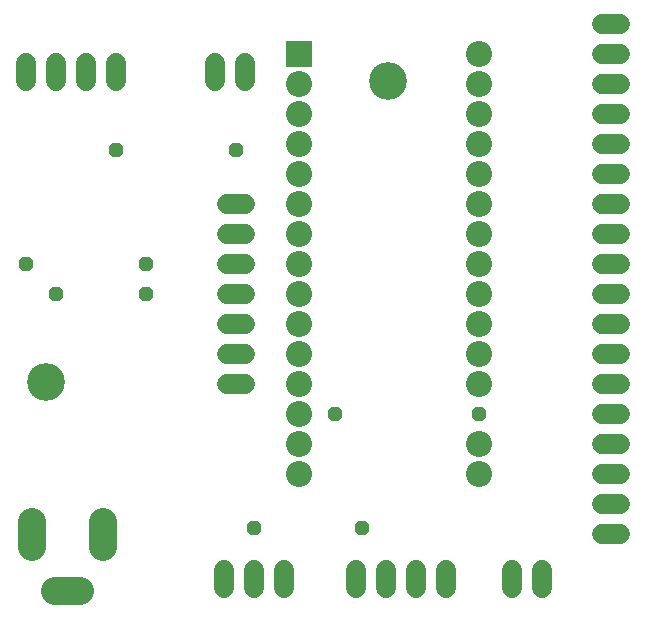
<source format=gbr>
G04 EAGLE Gerber RS-274X export*
G75*
%MOMM*%
%FSLAX34Y34*%
%LPD*%
%INSoldermask Top*%
%IPPOS*%
%AMOC8*
5,1,8,0,0,1.08239X$1,22.5*%
G01*
%ADD10C,3.203200*%
%ADD11R,2.203200X2.203200*%
%ADD12C,2.203200*%
%ADD13C,2.387600*%
%ADD14C,1.727200*%
%ADD15P,1.302332X8X22.500000*%


D10*
X39840Y200000D03*
X330000Y454760D03*
D11*
X254000Y477520D03*
D12*
X254000Y452120D03*
X254000Y426720D03*
X254000Y401320D03*
X254000Y375920D03*
X254000Y350520D03*
X254000Y325120D03*
X254000Y299720D03*
X254000Y274320D03*
X254000Y248920D03*
X254000Y223520D03*
X254000Y198120D03*
X254000Y172720D03*
X254000Y147320D03*
X254000Y121920D03*
X406400Y121920D03*
X406400Y147320D03*
X406400Y198120D03*
X406400Y223520D03*
X406400Y248920D03*
X406400Y274320D03*
X406400Y299720D03*
X406400Y325120D03*
X406400Y350520D03*
X406400Y375920D03*
X406400Y401320D03*
X406400Y426720D03*
X406400Y452120D03*
X406400Y477520D03*
D13*
X69342Y23120D02*
X47498Y23120D01*
X28420Y60198D02*
X28420Y82042D01*
X88420Y82042D02*
X88420Y60198D01*
D14*
X208280Y454660D02*
X208280Y469900D01*
X182880Y469900D02*
X182880Y454660D01*
X434340Y40640D02*
X434340Y25400D01*
X459740Y25400D02*
X459740Y40640D01*
X510540Y452120D02*
X525780Y452120D01*
X525780Y477520D02*
X510540Y477520D01*
X510540Y502920D02*
X525780Y502920D01*
X190500Y40640D02*
X190500Y25400D01*
X215900Y25400D02*
X215900Y40640D01*
X241300Y40640D02*
X241300Y25400D01*
X99060Y454660D02*
X99060Y469900D01*
X73660Y469900D02*
X73660Y454660D01*
X48260Y454660D02*
X48260Y469900D01*
X22860Y469900D02*
X22860Y454660D01*
X510540Y223520D02*
X525780Y223520D01*
X525780Y248920D02*
X510540Y248920D01*
X510540Y274320D02*
X525780Y274320D01*
X525780Y299720D02*
X510540Y299720D01*
X510540Y325120D02*
X525780Y325120D01*
X525780Y350520D02*
X510540Y350520D01*
X510540Y375920D02*
X525780Y375920D01*
X525780Y401320D02*
X510540Y401320D01*
X510540Y426720D02*
X525780Y426720D01*
X208280Y350520D02*
X193040Y350520D01*
X193040Y325120D02*
X208280Y325120D01*
X208280Y299720D02*
X193040Y299720D01*
X193040Y274320D02*
X208280Y274320D01*
X208280Y248920D02*
X193040Y248920D01*
X193040Y223520D02*
X208280Y223520D01*
X208280Y198120D02*
X193040Y198120D01*
X510540Y71120D02*
X525780Y71120D01*
X525780Y96520D02*
X510540Y96520D01*
X510540Y121920D02*
X525780Y121920D01*
X525780Y147320D02*
X510540Y147320D01*
X510540Y172720D02*
X525780Y172720D01*
X525780Y198120D02*
X510540Y198120D01*
X302260Y40640D02*
X302260Y25400D01*
X327660Y25400D02*
X327660Y40640D01*
X353060Y40640D02*
X353060Y25400D01*
X378460Y25400D02*
X378460Y40640D01*
D15*
X200660Y396240D03*
X406400Y172720D03*
X284480Y172720D03*
X99060Y396240D03*
X124460Y299720D03*
X22860Y299720D03*
X215900Y76200D03*
X307340Y76200D03*
X48260Y274320D03*
X124460Y274320D03*
M02*

</source>
